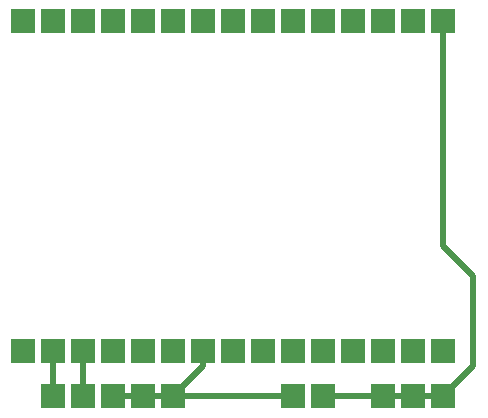
<source format=gbr>
%TF.GenerationSoftware,KiCad,Pcbnew,(6.0.5)*%
%TF.CreationDate,2022-07-18T12:26:57+01:00*%
%TF.ProjectId,wheelchairPCB,77686565-6c63-4686-9169-725043422e6b,rev?*%
%TF.SameCoordinates,Original*%
%TF.FileFunction,Copper,L2,Bot*%
%TF.FilePolarity,Positive*%
%FSLAX46Y46*%
G04 Gerber Fmt 4.6, Leading zero omitted, Abs format (unit mm)*
G04 Created by KiCad (PCBNEW (6.0.5)) date 2022-07-18 12:26:57*
%MOMM*%
%LPD*%
G01*
G04 APERTURE LIST*
%TA.AperFunction,ComponentPad*%
%ADD10R,2.000000X2.000000*%
%TD*%
%TA.AperFunction,Conductor*%
%ADD11C,0.500000*%
%TD*%
G04 APERTURE END LIST*
D10*
%TO.P,J1,1,Pin_1*%
%TO.N,Net-(J1-Pad1)*%
X172720000Y-81280000D03*
%TO.P,J1,2,Pin_2*%
%TO.N,Net-(J1-Pad2)*%
X175260000Y-81280000D03*
%TD*%
%TO.P,J2,1,Pin_1*%
%TO.N,Net-(J1-Pad2)*%
X180340000Y-81280000D03*
%TO.P,J2,2,Pin_2*%
X182880000Y-81280000D03*
%TO.P,J2,3,Pin_3*%
X185420000Y-81280000D03*
%TD*%
%TO.P,J3,1,Pin_1*%
%TO.N,Net-(J1-Pad1)*%
X162560000Y-81280000D03*
%TO.P,J3,2,Pin_2*%
X160020000Y-81280000D03*
%TO.P,J3,3,Pin_3*%
X157480000Y-81280000D03*
%TO.P,J3,4,Pin_4*%
%TO.N,Net-(J3-Pad4)*%
X154940000Y-81280000D03*
%TO.P,J3,5,Pin_5*%
%TO.N,Net-(J3-Pad5)*%
X152400000Y-81280000D03*
%TD*%
%TO.P,U1,1,A0*%
%TO.N,unconnected-(U1-Pad1)*%
X149860000Y-49530000D03*
%TO.P,U1,2,GND*%
%TO.N,unconnected-(U1-Pad2)*%
X152400000Y-49530000D03*
%TO.P,U1,3,VU*%
%TO.N,unconnected-(U1-Pad3)*%
X154940000Y-49530000D03*
%TO.P,U1,4,S3*%
%TO.N,unconnected-(U1-Pad4)*%
X157480000Y-49530000D03*
%TO.P,U1,5,S2*%
%TO.N,unconnected-(U1-Pad5)*%
X160020000Y-49530000D03*
%TO.P,U1,6,S1*%
%TO.N,unconnected-(U1-Pad6)*%
X162560000Y-49530000D03*
%TO.P,U1,7,SC*%
%TO.N,unconnected-(U1-Pad7)*%
X165100000Y-49530000D03*
%TO.P,U1,8,S0*%
%TO.N,unconnected-(U1-Pad8)*%
X167640000Y-49530000D03*
%TO.P,U1,9,SK*%
%TO.N,unconnected-(U1-Pad9)*%
X170180000Y-49530000D03*
%TO.P,U1,10,GND*%
%TO.N,unconnected-(U1-Pad10)*%
X172720000Y-49530000D03*
%TO.P,U1,11,3V3*%
%TO.N,unconnected-(U1-Pad11)*%
X175260000Y-49530000D03*
%TO.P,U1,12,EN*%
%TO.N,unconnected-(U1-Pad12)*%
X177800000Y-49530000D03*
%TO.P,U1,13,RST*%
%TO.N,unconnected-(U1-Pad13)*%
X180340000Y-49530000D03*
%TO.P,U1,14,GND*%
%TO.N,unconnected-(U1-Pad14)*%
X182880000Y-49530000D03*
%TO.P,U1,15,VIN*%
%TO.N,Net-(J1-Pad2)*%
X185420000Y-49530000D03*
%TO.P,U1,16,3V3*%
%TO.N,unconnected-(U1-Pad16)*%
X185420000Y-77470000D03*
%TO.P,U1,17,GND*%
%TO.N,unconnected-(U1-Pad17)*%
X182880000Y-77470000D03*
%TO.P,U1,18,TX*%
%TO.N,unconnected-(U1-Pad18)*%
X180340000Y-77470000D03*
%TO.P,U1,19,RX*%
%TO.N,unconnected-(U1-Pad19)*%
X177800000Y-77470000D03*
%TO.P,U1,20,D8*%
%TO.N,unconnected-(U1-Pad20)*%
X175260000Y-77470000D03*
%TO.P,U1,21,D7*%
%TO.N,unconnected-(U1-Pad21)*%
X172720000Y-77470000D03*
%TO.P,U1,22,D6*%
%TO.N,unconnected-(U1-Pad22)*%
X170180000Y-77470000D03*
%TO.P,U1,23,D5*%
%TO.N,unconnected-(U1-Pad23)*%
X167640000Y-77470000D03*
%TO.P,U1,24,GND*%
%TO.N,Net-(J1-Pad1)*%
X165100000Y-77470000D03*
%TO.P,U1,25,3V3*%
%TO.N,unconnected-(U1-Pad25)*%
X162560000Y-77470000D03*
%TO.P,U1,26,D4*%
%TO.N,unconnected-(U1-Pad26)*%
X160020000Y-77470000D03*
%TO.P,U1,27,D3*%
%TO.N,unconnected-(U1-Pad27)*%
X157480000Y-77470000D03*
%TO.P,U1,28,D2*%
%TO.N,Net-(J3-Pad4)*%
X154940000Y-77470000D03*
%TO.P,U1,29,D1*%
%TO.N,Net-(J3-Pad5)*%
X152400000Y-77470000D03*
%TO.P,U1,30,D0*%
%TO.N,unconnected-(U1-Pad30)*%
X149860000Y-77470000D03*
%TD*%
D11*
%TO.N,Net-(J1-Pad1)*%
X160020000Y-81280000D02*
X162560000Y-81280000D01*
X157480000Y-81280000D02*
X160020000Y-81280000D01*
X172720000Y-81280000D02*
X162560000Y-81280000D01*
X165100000Y-77470000D02*
X165100000Y-78740000D01*
X165100000Y-78740000D02*
X162560000Y-81280000D01*
%TO.N,Net-(J1-Pad2)*%
X175260000Y-81280000D02*
X180340000Y-81280000D01*
X187960000Y-78740000D02*
X185420000Y-81280000D01*
X185420000Y-68580000D02*
X187960000Y-71120000D01*
X185420000Y-49530000D02*
X185420000Y-68580000D01*
X187960000Y-71120000D02*
X187960000Y-78740000D01*
X180340000Y-81280000D02*
X182880000Y-81280000D01*
X182880000Y-81280000D02*
X185420000Y-81280000D01*
%TO.N,Net-(J3-Pad4)*%
X154940000Y-81280000D02*
X154940000Y-77470000D01*
%TO.N,Net-(J3-Pad5)*%
X152400000Y-81280000D02*
X152400000Y-77470000D01*
%TD*%
M02*

</source>
